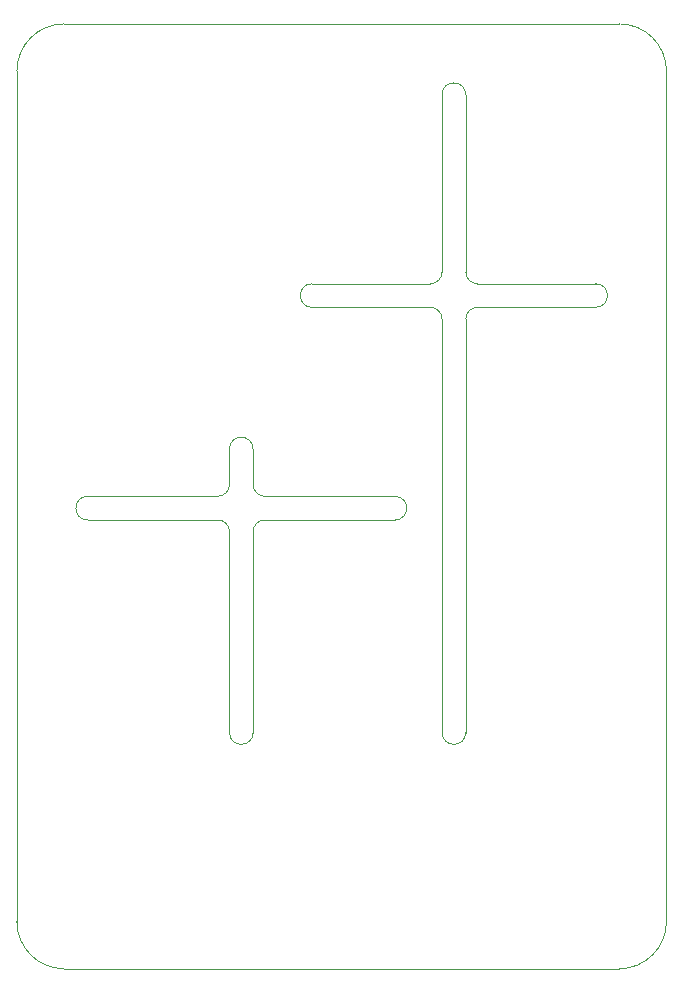
<source format=gm1>
%TF.GenerationSoftware,KiCad,Pcbnew,7.0.8*%
%TF.CreationDate,2024-04-22T21:24:51+09:00*%
%TF.ProjectId,MixedSignalKicad,4d697865-6453-4696-976e-616c4b696361,1.0*%
%TF.SameCoordinates,Original*%
%TF.FileFunction,Profile,NP*%
%FSLAX46Y46*%
G04 Gerber Fmt 4.6, Leading zero omitted, Abs format (unit mm)*
G04 Created by KiCad (PCBNEW 7.0.8) date 2024-04-22 21:24:51*
%MOMM*%
%LPD*%
G01*
G04 APERTURE LIST*
%TA.AperFunction,Profile*%
%ADD10C,0.100000*%
%TD*%
G04 APERTURE END LIST*
D10*
X156000000Y-75000000D02*
G75*
G03*
X155000000Y-74000000I-1000000J0D01*
G01*
X120000000Y-54000000D02*
X120000000Y-95000000D01*
X155000000Y-72000000D02*
X145000000Y-72000000D01*
X138000000Y-93000000D02*
G75*
G03*
X137000000Y-92000000I-1000000J0D01*
G01*
X126000000Y-90000000D02*
X136999996Y-90000002D01*
X156000000Y-75000000D02*
X156000000Y-110000000D01*
X169000000Y-72000000D02*
X159000000Y-72000000D01*
X140000001Y-88999999D02*
G75*
G03*
X141000001Y-89999999I999999J-1D01*
G01*
X138000000Y-86000000D02*
X138000000Y-89000000D01*
X158000000Y-56000000D02*
G75*
G03*
X156000000Y-56000000I-1000000J0D01*
G01*
X138000000Y-110000000D02*
G75*
G03*
X140000000Y-110000000I1000000J0D01*
G01*
X145000000Y-72000000D02*
G75*
G03*
X145000000Y-74000000I0J-1000000D01*
G01*
X175000000Y-126000000D02*
X175000000Y-54000000D01*
X169000000Y-74000000D02*
G75*
G03*
X169000000Y-72000000I0J1000000D01*
G01*
X138000000Y-110000000D02*
X138000000Y-93000000D01*
X171000000Y-130000000D02*
G75*
G03*
X175000000Y-126000000I0J4000000D01*
G01*
X152000000Y-92000000D02*
X141000001Y-92000001D01*
X171000000Y-50000000D02*
X124000000Y-50000000D01*
X155000000Y-74000000D02*
X145000000Y-74000000D01*
X169000000Y-74000000D02*
X159000000Y-74000000D01*
X126000000Y-92000000D02*
X137000000Y-92000000D01*
X124000000Y-130000000D02*
X171000000Y-130000000D01*
X175000000Y-54000000D02*
G75*
G03*
X171000000Y-50000000I-4000000J0D01*
G01*
X120000000Y-126000000D02*
G75*
G03*
X124000000Y-130000000I4000000J0D01*
G01*
X140000000Y-86000000D02*
G75*
G03*
X138000000Y-86000000I-1000000J0D01*
G01*
X120000000Y-95000000D02*
X120000000Y-126000000D01*
X158000000Y-71000000D02*
G75*
G03*
X159000000Y-72000000I1000000J0D01*
G01*
X158000000Y-75000000D02*
X158000000Y-110000000D01*
X136999996Y-89999996D02*
G75*
G03*
X137999996Y-89000002I4J999996D01*
G01*
X124000000Y-50000000D02*
G75*
G03*
X120000000Y-54000000I0J-4000000D01*
G01*
X156000000Y-56000000D02*
X156000000Y-71000000D01*
X155000000Y-72000000D02*
G75*
G03*
X156000000Y-71000000I0J1000000D01*
G01*
X152000000Y-90000000D02*
X141000000Y-90000000D01*
X140000000Y-86000000D02*
X140000000Y-89000000D01*
X156000000Y-110000000D02*
G75*
G03*
X158000000Y-110000000I1000000J0D01*
G01*
X158000000Y-56000000D02*
X158000000Y-71000000D01*
X159000000Y-74000000D02*
G75*
G03*
X158000000Y-75000000I0J-1000000D01*
G01*
X126000000Y-90000000D02*
G75*
G03*
X126000000Y-92000000I0J-1000000D01*
G01*
X140000000Y-110000000D02*
X140000000Y-93000000D01*
X141000001Y-92000001D02*
G75*
G03*
X140000001Y-93000001I-1J-999999D01*
G01*
X152000000Y-92000000D02*
G75*
G03*
X152000000Y-90000000I0J1000000D01*
G01*
M02*

</source>
